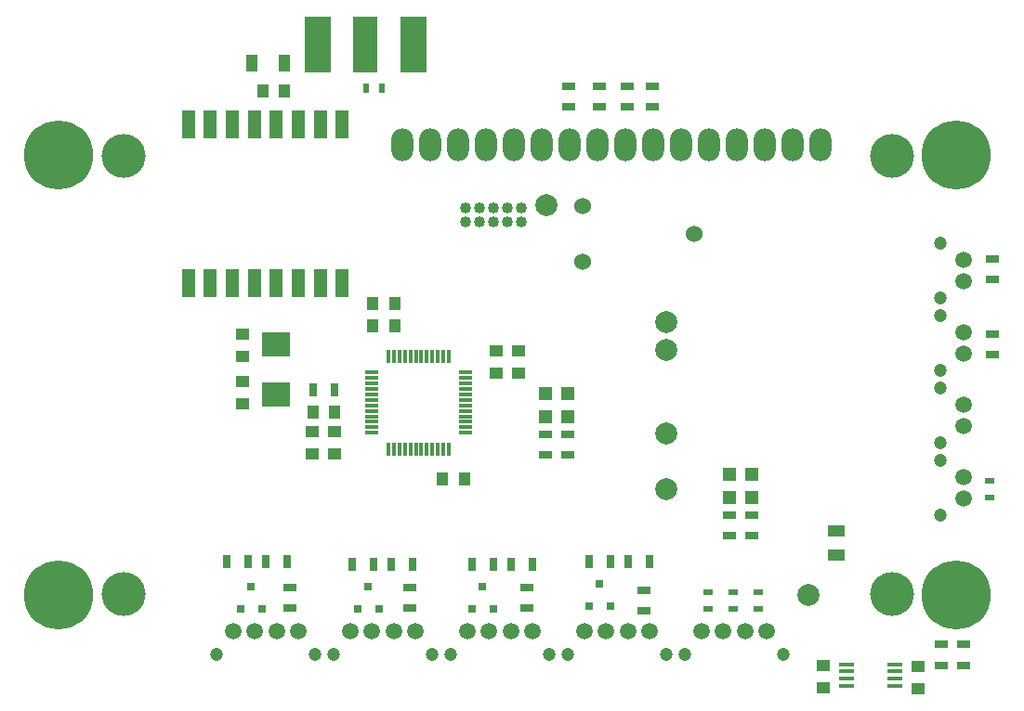
<source format=gts>
G04 #@! TF.FileFunction,Soldermask,Top*
%FSLAX46Y46*%
G04 Gerber Fmt 4.6, Leading zero omitted, Abs format (unit mm)*
G04 Created by KiCad (PCBNEW 0.201508190901+6103~28~ubuntu14.04.1-product) date Wed 19 Aug 2015 17:15:31 BST*
%MOMM*%
G01*
G04 APERTURE LIST*
%ADD10C,0.100000*%
%ADD11R,2.500000X2.300000*%
%ADD12C,2.000000*%
%ADD13C,1.524000*%
%ADD14R,1.300000X0.700000*%
%ADD15R,0.700000X1.300000*%
%ADD16R,0.800100X0.800100*%
%ADD17R,0.900000X0.500000*%
%ADD18R,0.500000X0.900000*%
%ADD19R,1.250000X1.000000*%
%ADD20R,1.000000X1.250000*%
%ADD21R,1.000000X1.600000*%
%ADD22C,6.300000*%
%ADD23R,1.500000X1.000000*%
%ADD24R,1.450000X0.450000*%
%ADD25C,1.500000*%
%ADD26C,1.200000*%
%ADD27R,1.200000X0.300000*%
%ADD28R,0.300000X1.200000*%
%ADD29R,1.200000X2.500000*%
%ADD30R,2.286000X5.080000*%
%ADD31R,2.413000X5.080000*%
%ADD32C,1.016000*%
%ADD33C,4.000000*%
%ADD34O,2.000000X3.000000*%
%ADD35R,1.198880X1.198880*%
G04 APERTURE END LIST*
D10*
D11*
X157734000Y-97590000D03*
X157734000Y-102090000D03*
D12*
X193294000Y-95504000D03*
X193294000Y-98044000D03*
X193294000Y-105664000D03*
X193294000Y-110744000D03*
X206248000Y-120396000D03*
X182372000Y-84836000D03*
D13*
X185674000Y-84963000D03*
X185674000Y-90043000D03*
X195834000Y-87503000D03*
D14*
X191262000Y-121854000D03*
X191262000Y-119954000D03*
X180594000Y-121600000D03*
X180594000Y-119700000D03*
D15*
X189804000Y-117348000D03*
X191704000Y-117348000D03*
X179136000Y-117602000D03*
X181036000Y-117602000D03*
X188148000Y-117348000D03*
X186248000Y-117348000D03*
X177480000Y-117602000D03*
X175580000Y-117602000D03*
D14*
X169926000Y-121600000D03*
X169926000Y-119700000D03*
X159004000Y-121600000D03*
X159004000Y-119700000D03*
D15*
X168214000Y-117602000D03*
X170114000Y-117602000D03*
X156784000Y-117348000D03*
X158684000Y-117348000D03*
X166558000Y-117602000D03*
X164658000Y-117602000D03*
X155128000Y-117348000D03*
X153228000Y-117348000D03*
D14*
X192024000Y-75880000D03*
X192024000Y-73980000D03*
X189738000Y-75880000D03*
X189738000Y-73980000D03*
X187198000Y-75880000D03*
X187198000Y-73980000D03*
X184404000Y-75880000D03*
X184404000Y-73980000D03*
X218313000Y-126807000D03*
X218313000Y-124907000D03*
X223012000Y-96586000D03*
X223012000Y-98486000D03*
D15*
X163002000Y-101727000D03*
X161102000Y-101727000D03*
D14*
X223012000Y-89728000D03*
X223012000Y-91628000D03*
D16*
X186248000Y-121396760D03*
X188148000Y-121396760D03*
X187198000Y-119397780D03*
X175580000Y-121650760D03*
X177480000Y-121650760D03*
X176530000Y-119651780D03*
X165166000Y-121650760D03*
X167066000Y-121650760D03*
X166116000Y-119651780D03*
X154498000Y-121650760D03*
X156398000Y-121650760D03*
X155448000Y-119651780D03*
D17*
X197104000Y-121654000D03*
X197104000Y-120154000D03*
X199390000Y-121654000D03*
X199390000Y-120154000D03*
X201676000Y-121654000D03*
X201676000Y-120154000D03*
D18*
X167374000Y-74168000D03*
X165874000Y-74168000D03*
D17*
X222758000Y-109994000D03*
X222758000Y-111494000D03*
D19*
X207581500Y-126889000D03*
X207581500Y-128889000D03*
X216217500Y-126952500D03*
X216217500Y-128952500D03*
D20*
X158480000Y-74422000D03*
X156480000Y-74422000D03*
D21*
X158472000Y-71882000D03*
X155472000Y-71882000D03*
D19*
X154686000Y-96663000D03*
X154686000Y-98663000D03*
X154686000Y-102981000D03*
X154686000Y-100981000D03*
D20*
X163052000Y-103759000D03*
X161052000Y-103759000D03*
D19*
X179832000Y-98187000D03*
X179832000Y-100187000D03*
X177800000Y-98187000D03*
X177800000Y-100187000D03*
X161036000Y-107553000D03*
X161036000Y-105553000D03*
X163068000Y-107553000D03*
X163068000Y-105553000D03*
D20*
X166513000Y-93853000D03*
X168513000Y-93853000D03*
X166513000Y-95885000D03*
X168513000Y-95885000D03*
X174863000Y-109855000D03*
X172863000Y-109855000D03*
D22*
X137922000Y-80264000D03*
X137922000Y-120396000D03*
X219710000Y-120396000D03*
X219710000Y-80264000D03*
D14*
X220345000Y-124907000D03*
X220345000Y-126807000D03*
D23*
X208788000Y-114597000D03*
X208788000Y-116797000D03*
D24*
X209699500Y-126723500D03*
X209699500Y-127373500D03*
X209699500Y-128023500D03*
X209699500Y-128673500D03*
X214099500Y-128673500D03*
X214099500Y-128023500D03*
X214099500Y-127373500D03*
X214099500Y-126723500D03*
D25*
X202438000Y-123698000D03*
X200438000Y-123698000D03*
X198438000Y-123698000D03*
X196438000Y-123698000D03*
D26*
X203938000Y-125798000D03*
X194938000Y-125798000D03*
D25*
X159766000Y-123698000D03*
X157766000Y-123698000D03*
X155766000Y-123698000D03*
X153766000Y-123698000D03*
D26*
X161266000Y-125798000D03*
X152266000Y-125798000D03*
D25*
X170434000Y-123698000D03*
X168434000Y-123698000D03*
X166434000Y-123698000D03*
X164434000Y-123698000D03*
D26*
X171934000Y-125798000D03*
X162934000Y-125798000D03*
D25*
X181102000Y-123698000D03*
X179102000Y-123698000D03*
X177102000Y-123698000D03*
X175102000Y-123698000D03*
D26*
X182602000Y-125798000D03*
X173602000Y-125798000D03*
D25*
X191770000Y-123698000D03*
X189770000Y-123698000D03*
X187770000Y-123698000D03*
X185770000Y-123698000D03*
D26*
X193270000Y-125798000D03*
X184270000Y-125798000D03*
D25*
X220345000Y-91821000D03*
X220345000Y-89821000D03*
D26*
X218245000Y-93321000D03*
X218245000Y-88321000D03*
D25*
X220345000Y-111633000D03*
X220345000Y-109633000D03*
D26*
X218245000Y-113133000D03*
X218245000Y-108133000D03*
D25*
X220345000Y-98425000D03*
X220345000Y-96425000D03*
D26*
X218245000Y-99925000D03*
X218245000Y-94925000D03*
D25*
X220345000Y-105029000D03*
X220345000Y-103029000D03*
D26*
X218245000Y-106529000D03*
X218245000Y-101529000D03*
D27*
X166438000Y-100120000D03*
X166438000Y-100620000D03*
X166438000Y-101120000D03*
X166438000Y-101620000D03*
X166438000Y-102120000D03*
X166438000Y-102620000D03*
X166438000Y-103120000D03*
X166438000Y-103620000D03*
X166438000Y-104120000D03*
X166438000Y-104620000D03*
X166438000Y-105120000D03*
X166438000Y-105620000D03*
D28*
X167938000Y-107120000D03*
X168438000Y-107120000D03*
X168938000Y-107120000D03*
X169438000Y-107120000D03*
X169938000Y-107120000D03*
X170438000Y-107120000D03*
X170938000Y-107120000D03*
X171438000Y-107120000D03*
X171938000Y-107120000D03*
X172438000Y-107120000D03*
X172938000Y-107120000D03*
X173438000Y-107120000D03*
D27*
X174938000Y-105620000D03*
X174938000Y-105120000D03*
X174938000Y-104620000D03*
X174938000Y-104120000D03*
X174938000Y-103620000D03*
X174938000Y-103120000D03*
X174938000Y-102620000D03*
X174938000Y-102120000D03*
X174938000Y-101620000D03*
X174938000Y-101120000D03*
X174938000Y-100620000D03*
X174938000Y-100120000D03*
D28*
X173438000Y-98620000D03*
X172938000Y-98620000D03*
X172438000Y-98620000D03*
X171938000Y-98620000D03*
X171438000Y-98620000D03*
X170938000Y-98620000D03*
X170438000Y-98620000D03*
X169938000Y-98620000D03*
X169438000Y-98620000D03*
X168938000Y-98620000D03*
X168438000Y-98620000D03*
X167938000Y-98620000D03*
D29*
X149718000Y-91959000D03*
X151718000Y-91959000D03*
X153718000Y-91959000D03*
X155718000Y-91959000D03*
X157718000Y-91959000D03*
X159718000Y-91959000D03*
X161718000Y-91959000D03*
X163718000Y-91959000D03*
X163718000Y-77459000D03*
X161718000Y-77459000D03*
X159718000Y-77459000D03*
X157718000Y-77459000D03*
X155718000Y-77459000D03*
X153718000Y-77459000D03*
X151718000Y-77459000D03*
X149718000Y-77459000D03*
D30*
X165862000Y-70231000D03*
D31*
X161480500Y-70231000D03*
X170243500Y-70231000D03*
D32*
X175006000Y-86360000D03*
X175006000Y-85090000D03*
X176276000Y-86360000D03*
X176276000Y-85090000D03*
X177546000Y-86360000D03*
X177546000Y-85090000D03*
X178816000Y-86360000D03*
X178816000Y-85090000D03*
X180086000Y-86360000D03*
X180086000Y-85090000D03*
D33*
X213816000Y-80330000D03*
X213816000Y-120330000D03*
X143816000Y-120330000D03*
X143816000Y-80330000D03*
D34*
X207316000Y-79330000D03*
X204776000Y-79330000D03*
X202236000Y-79330000D03*
X199696000Y-79330000D03*
X197156000Y-79330000D03*
X194616000Y-79330000D03*
X192076000Y-79330000D03*
X189536000Y-79330000D03*
X186996000Y-79330000D03*
X184456000Y-79330000D03*
X181916000Y-79330000D03*
X179376000Y-79330000D03*
X176836000Y-79330000D03*
X174296000Y-79330000D03*
X171756000Y-79330000D03*
X169216000Y-79330000D03*
D35*
X199009000Y-109440980D03*
X199009000Y-111539020D03*
X184277000Y-102074980D03*
X184277000Y-104173020D03*
X182245000Y-102074980D03*
X182245000Y-104173020D03*
X201041000Y-109440980D03*
X201041000Y-111539020D03*
D14*
X199009000Y-113096000D03*
X199009000Y-114996000D03*
X184277000Y-105730000D03*
X184277000Y-107630000D03*
X182245000Y-105730000D03*
X182245000Y-107630000D03*
X201041000Y-113096000D03*
X201041000Y-114996000D03*
M02*

</source>
